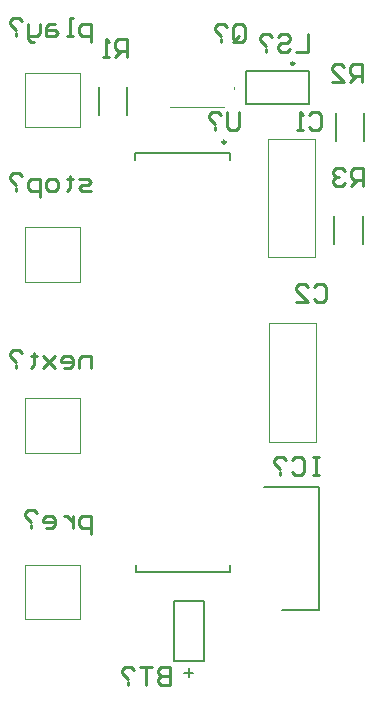
<source format=gto>
G04*
G04 #@! TF.GenerationSoftware,Altium Limited,Altium Designer,20.2.5 (213)*
G04*
G04 Layer_Color=65535*
%FSLAX25Y25*%
%MOIN*%
G70*
G04*
G04 #@! TF.SameCoordinates,4BDDF83D-22BF-46A4-B0D9-F4370223F083*
G04*
G04*
G04 #@! TF.FilePolarity,Positive*
G04*
G01*
G75*
%ADD10C,0.00984*%
%ADD11C,0.00787*%
%ADD12C,0.00394*%
%ADD13C,0.00197*%
%ADD14C,0.00591*%
%ADD15C,0.01000*%
D10*
X630610Y436406D02*
G03*
X630610Y436406I492J0D01*
G01*
X653531Y462571D02*
G03*
X653531Y462571I492J0D01*
G01*
D11*
X634622Y454500D02*
G03*
X634622Y454106I0J-197D01*
G01*
D02*
G03*
X634622Y454500I0J197D01*
G01*
D02*
G03*
X634622Y454106I0J-197D01*
G01*
X624523Y283500D02*
X614523D01*
Y263500D02*
Y283500D01*
X624523Y263500D02*
X614523D01*
X624523D02*
Y283500D01*
X677748Y436776D02*
Y446224D01*
X668299Y436776D02*
Y446224D01*
X677248Y402276D02*
Y411724D01*
X667799Y402276D02*
Y411724D01*
X598748Y445276D02*
Y454724D01*
X589299Y445276D02*
Y454724D01*
X662610Y280567D02*
X650523D01*
X662610D02*
Y321512D01*
X644499D01*
X659535Y448988D02*
X638511D01*
X659535Y460012D02*
X638511D01*
Y448988D02*
Y460012D01*
X659535Y448988D02*
Y460012D01*
D12*
X661397Y398079D02*
X645649D01*
Y437449D01*
X661397D02*
X645649D01*
X661397Y398079D02*
Y437449D01*
X661897Y336579D02*
X646149D01*
Y375949D01*
X661897D02*
X646149D01*
X661897Y336579D02*
Y375949D01*
X631078Y448201D02*
X612968D01*
X631078D02*
X612968D01*
D13*
X583157Y459555D02*
X564889D01*
X583157Y441445D02*
Y459555D01*
Y441445D02*
X564889D01*
Y459555D01*
X583157Y407969D02*
X564889D01*
X583157Y389858D02*
Y407969D01*
Y389858D02*
X564889D01*
Y407969D01*
X583157Y350969D02*
X564889D01*
X583157Y332858D02*
Y350969D01*
Y332858D02*
X564889D01*
Y350969D01*
X583157Y295555D02*
X564889D01*
X583157Y277445D02*
Y295555D01*
Y277445D02*
X564889D01*
Y295555D01*
D14*
X633182Y294673D02*
Y295461D01*
Y293098D02*
Y294673D01*
Y293098D02*
X601686D01*
Y295461D01*
X601574Y430500D02*
Y431287D01*
Y432862D01*
X633070D02*
X601574D01*
X633070Y430500D02*
Y432862D01*
X619286Y258000D02*
Y261017D01*
X620795Y259509D02*
X617777D01*
D15*
X677273Y421650D02*
Y427648D01*
X674274D01*
X673274Y426648D01*
Y424649D01*
X674274Y423649D01*
X677273D01*
X675274D02*
X673274Y421650D01*
X671275Y426648D02*
X670275Y427648D01*
X668276D01*
X667276Y426648D01*
Y425649D01*
X668276Y424649D01*
X669276D01*
X668276D01*
X667276Y423649D01*
Y422650D01*
X668276Y421650D01*
X670275D01*
X671275Y422650D01*
X677022Y456501D02*
Y462499D01*
X674022D01*
X673023Y461499D01*
Y459500D01*
X674022Y458500D01*
X677022D01*
X675022D02*
X673023Y456501D01*
X667025D02*
X671024D01*
X667025Y460500D01*
Y461499D01*
X668024Y462499D01*
X670024D01*
X671024Y461499D01*
X598773Y464650D02*
Y470648D01*
X595774D01*
X594774Y469648D01*
Y467649D01*
X595774Y466649D01*
X598773D01*
X596774D02*
X594774Y464650D01*
X592775D02*
X590776D01*
X591775D01*
Y470648D01*
X592775Y469648D01*
X636072Y446425D02*
Y441427D01*
X635073Y440427D01*
X633073D01*
X632074Y441427D01*
Y446425D01*
X630074Y445426D02*
X629075Y446425D01*
X627075D01*
X626076Y445426D01*
Y444426D01*
X628075Y442426D01*
Y441427D02*
Y440427D01*
X586873Y420163D02*
X583874D01*
X582874Y421163D01*
X583874Y422163D01*
X585874D01*
X586873Y423162D01*
X585874Y424162D01*
X582874D01*
X579875Y425162D02*
Y424162D01*
X580875D01*
X578876D01*
X579875D01*
Y421163D01*
X578876Y420163D01*
X574877D02*
X572878D01*
X571878Y421163D01*
Y423162D01*
X572878Y424162D01*
X574877D01*
X575877Y423162D01*
Y421163D01*
X574877Y420163D01*
X569879Y418164D02*
Y424162D01*
X566880D01*
X565880Y423162D01*
Y421163D01*
X566880Y420163D01*
X569879D01*
X563881Y425162D02*
X562881Y426161D01*
X560882D01*
X559882Y425162D01*
Y424162D01*
X561881Y422163D01*
Y421163D02*
Y420163D01*
X633974Y470650D02*
Y474648D01*
X634974Y475648D01*
X636973D01*
X637973Y474648D01*
Y470650D01*
X636973Y469650D01*
X634974D01*
X635974Y471649D02*
X633974Y469650D01*
X634974D02*
X633974Y470650D01*
X631975Y474648D02*
X630975Y475648D01*
X628976D01*
X627976Y474648D01*
Y473649D01*
X629976Y471649D01*
Y470650D02*
Y469650D01*
X586873Y305751D02*
Y311749D01*
X583874D01*
X582874Y310749D01*
Y308750D01*
X583874Y307750D01*
X586873D01*
X580875Y311749D02*
Y307750D01*
Y309749D01*
X579875Y310749D01*
X578876Y311749D01*
X577876D01*
X571878Y307750D02*
X573877D01*
X574877Y308750D01*
Y310749D01*
X573877Y311749D01*
X571878D01*
X570878Y310749D01*
Y309749D01*
X574877D01*
X568879Y312748D02*
X567879Y313748D01*
X565880D01*
X564880Y312748D01*
Y311749D01*
X566880Y309749D01*
Y308750D02*
Y307750D01*
X586873Y469751D02*
Y475749D01*
X583874D01*
X582874Y474749D01*
Y472750D01*
X583874Y471750D01*
X586873D01*
X580875D02*
X578876D01*
X579875D01*
Y477748D01*
X580875D01*
X574877Y475749D02*
X572878D01*
X571878Y474749D01*
Y471750D01*
X574877D01*
X575877Y472750D01*
X574877Y473749D01*
X571878D01*
X569879Y475749D02*
Y472750D01*
X568879Y471750D01*
X565880D01*
Y470750D01*
X566880Y469751D01*
X567879D01*
X565880Y471750D02*
Y475749D01*
X563881Y476748D02*
X562881Y477748D01*
X560882D01*
X559882Y476748D01*
Y475749D01*
X561881Y473749D01*
Y472750D02*
Y471750D01*
X586873Y361163D02*
Y365162D01*
X583874D01*
X582874Y364162D01*
Y361163D01*
X577876D02*
X579875D01*
X580875Y362163D01*
Y364162D01*
X579875Y365162D01*
X577876D01*
X576876Y364162D01*
Y363163D01*
X580875D01*
X574877Y365162D02*
X570878Y361163D01*
X572878Y363163D01*
X570878Y365162D01*
X574877Y361163D01*
X567879Y366162D02*
Y365162D01*
X568879D01*
X566880D01*
X567879D01*
Y362163D01*
X566880Y361163D01*
X563881Y366162D02*
X562881Y367161D01*
X560882D01*
X559882Y366162D01*
Y365162D01*
X561881Y363163D01*
Y362163D02*
Y361163D01*
X662673Y331548D02*
X660674D01*
X661673D01*
Y325550D01*
X662673D01*
X660674D01*
X653676Y330548D02*
X654676Y331548D01*
X656675D01*
X657675Y330548D01*
Y326550D01*
X656675Y325550D01*
X654676D01*
X653676Y326550D01*
X651677Y330548D02*
X650677Y331548D01*
X648678D01*
X647678Y330548D01*
Y329549D01*
X649677Y327549D01*
Y326550D02*
Y325550D01*
X661074Y388048D02*
X662074Y389048D01*
X664074D01*
X665073Y388048D01*
Y384050D01*
X664074Y383050D01*
X662074D01*
X661074Y384050D01*
X655076Y383050D02*
X659075D01*
X655076Y387049D01*
Y388048D01*
X656076Y389048D01*
X658075D01*
X659075Y388048D01*
X659523Y445499D02*
X660523Y446499D01*
X662522D01*
X663522Y445499D01*
Y441501D01*
X662522Y440501D01*
X660523D01*
X659523Y441501D01*
X657524Y440501D02*
X655524D01*
X656524D01*
Y446499D01*
X657524Y445499D01*
X658973Y472548D02*
Y466550D01*
X654974D01*
X648976Y471548D02*
X649976Y472548D01*
X651975D01*
X652975Y471548D01*
Y470549D01*
X651975Y469549D01*
X649976D01*
X648976Y468549D01*
Y467550D01*
X649976Y466550D01*
X651975D01*
X652975Y467550D01*
X646977Y471548D02*
X645977Y472548D01*
X643978D01*
X642978Y471548D01*
Y470549D01*
X644978Y468549D01*
Y467550D02*
Y466550D01*
X613021Y261499D02*
Y255501D01*
X610021D01*
X609022Y256501D01*
Y257500D01*
X610021Y258500D01*
X613021D01*
X610021D01*
X609022Y259500D01*
Y260499D01*
X610021Y261499D01*
X613021D01*
X607022D02*
X603024D01*
X605023D01*
Y255501D01*
X601024Y260499D02*
X600025Y261499D01*
X598025D01*
X597026Y260499D01*
Y259500D01*
X599025Y257500D01*
Y256501D02*
Y255501D01*
M02*

</source>
